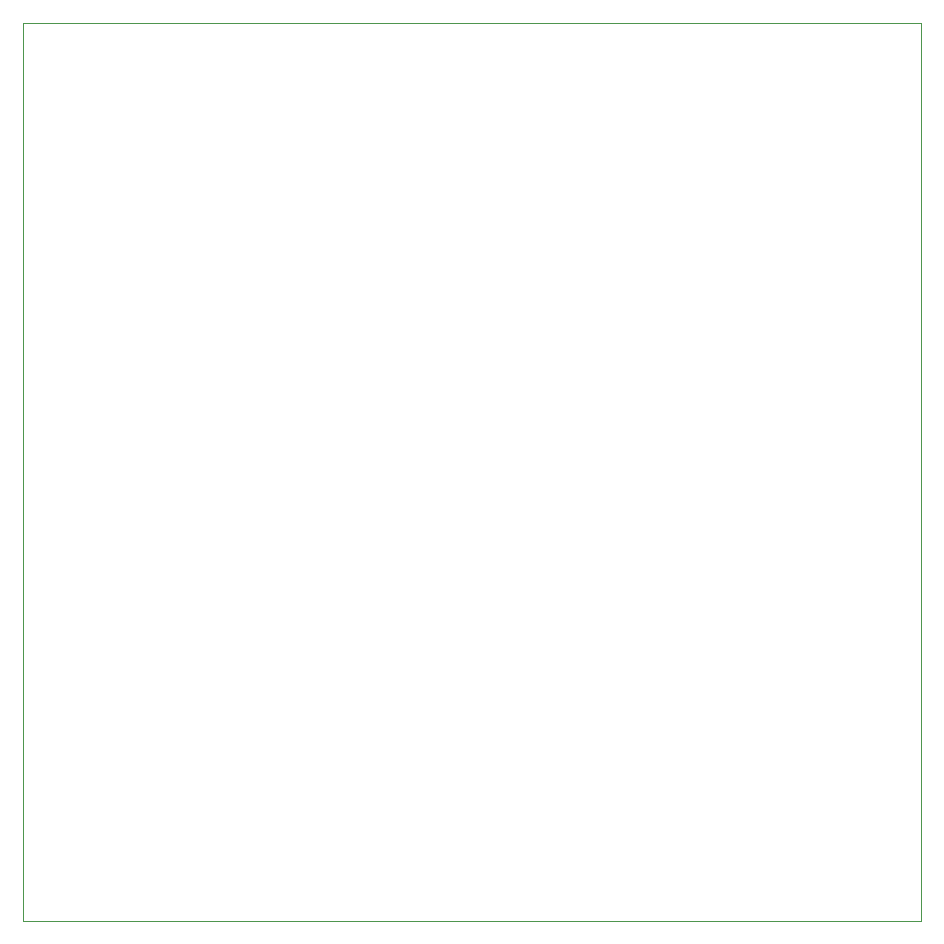
<source format=gm1>
G04 #@! TF.FileFunction,Profile,NP*
%FSLAX46Y46*%
G04 Gerber Fmt 4.6, Leading zero omitted, Abs format (unit mm)*
G04 Created by KiCad (PCBNEW 4.0.6) date Sunday, May 14, 2017 'PMt' 08:11:31 PM*
%MOMM*%
%LPD*%
G01*
G04 APERTURE LIST*
%ADD10C,0.100000*%
G04 APERTURE END LIST*
D10*
X176000000Y-50000000D02*
X100000000Y-50000000D01*
X176000000Y-126000000D02*
X176000000Y-50000000D01*
X100000000Y-126000000D02*
X176000000Y-126000000D01*
X100000000Y-50000000D02*
X100000000Y-126000000D01*
M02*

</source>
